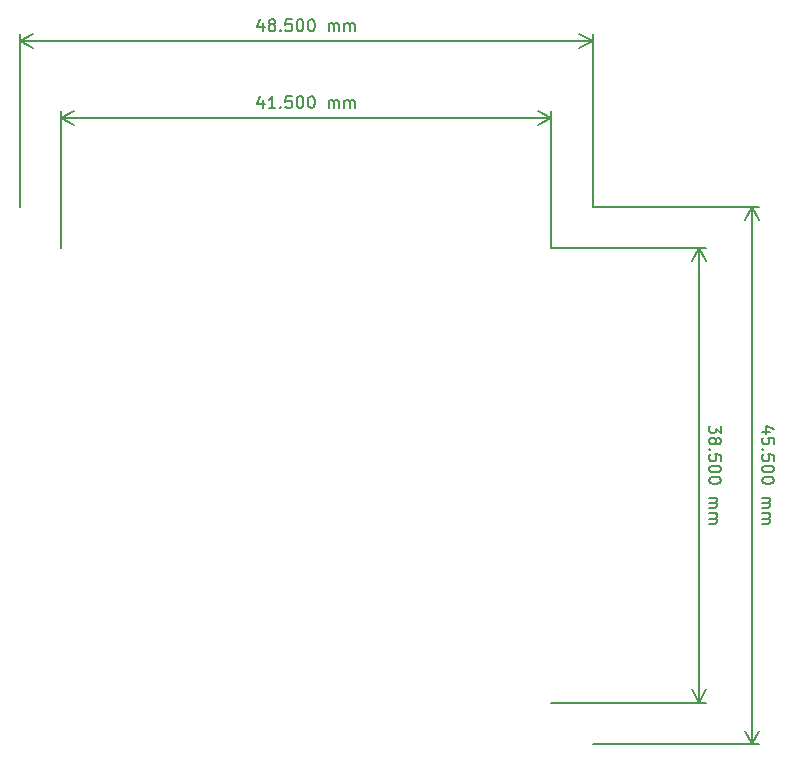
<source format=gbr>
G04 #@! TF.GenerationSoftware,KiCad,Pcbnew,(5.1.4)-1*
G04 #@! TF.CreationDate,2020-10-15T16:48:05+03:00*
G04 #@! TF.ProjectId,12V5A_breakout,31325635-415f-4627-9265-616b6f75742e,rev?*
G04 #@! TF.SameCoordinates,Original*
G04 #@! TF.FileFunction,Other,ECO1*
%FSLAX46Y46*%
G04 Gerber Fmt 4.6, Leading zero omitted, Abs format (unit mm)*
G04 Created by KiCad (PCBNEW (5.1.4)-1) date 2020-10-15 16:48:05*
%MOMM*%
%LPD*%
G04 APERTURE LIST*
%ADD10C,0.150000*%
G04 APERTURE END LIST*
D10*
X134347619Y-58059523D02*
X134347619Y-58678571D01*
X133966666Y-58345238D01*
X133966666Y-58488095D01*
X133919047Y-58583333D01*
X133871428Y-58630952D01*
X133776190Y-58678571D01*
X133538095Y-58678571D01*
X133442857Y-58630952D01*
X133395238Y-58583333D01*
X133347619Y-58488095D01*
X133347619Y-58202380D01*
X133395238Y-58107142D01*
X133442857Y-58059523D01*
X133919047Y-59250000D02*
X133966666Y-59154761D01*
X134014285Y-59107142D01*
X134109523Y-59059523D01*
X134157142Y-59059523D01*
X134252380Y-59107142D01*
X134300000Y-59154761D01*
X134347619Y-59250000D01*
X134347619Y-59440476D01*
X134300000Y-59535714D01*
X134252380Y-59583333D01*
X134157142Y-59630952D01*
X134109523Y-59630952D01*
X134014285Y-59583333D01*
X133966666Y-59535714D01*
X133919047Y-59440476D01*
X133919047Y-59250000D01*
X133871428Y-59154761D01*
X133823809Y-59107142D01*
X133728571Y-59059523D01*
X133538095Y-59059523D01*
X133442857Y-59107142D01*
X133395238Y-59154761D01*
X133347619Y-59250000D01*
X133347619Y-59440476D01*
X133395238Y-59535714D01*
X133442857Y-59583333D01*
X133538095Y-59630952D01*
X133728571Y-59630952D01*
X133823809Y-59583333D01*
X133871428Y-59535714D01*
X133919047Y-59440476D01*
X133442857Y-60059523D02*
X133395238Y-60107142D01*
X133347619Y-60059523D01*
X133395238Y-60011904D01*
X133442857Y-60059523D01*
X133347619Y-60059523D01*
X134347619Y-61011904D02*
X134347619Y-60535714D01*
X133871428Y-60488095D01*
X133919047Y-60535714D01*
X133966666Y-60630952D01*
X133966666Y-60869047D01*
X133919047Y-60964285D01*
X133871428Y-61011904D01*
X133776190Y-61059523D01*
X133538095Y-61059523D01*
X133442857Y-61011904D01*
X133395238Y-60964285D01*
X133347619Y-60869047D01*
X133347619Y-60630952D01*
X133395238Y-60535714D01*
X133442857Y-60488095D01*
X134347619Y-61678571D02*
X134347619Y-61773809D01*
X134300000Y-61869047D01*
X134252380Y-61916666D01*
X134157142Y-61964285D01*
X133966666Y-62011904D01*
X133728571Y-62011904D01*
X133538095Y-61964285D01*
X133442857Y-61916666D01*
X133395238Y-61869047D01*
X133347619Y-61773809D01*
X133347619Y-61678571D01*
X133395238Y-61583333D01*
X133442857Y-61535714D01*
X133538095Y-61488095D01*
X133728571Y-61440476D01*
X133966666Y-61440476D01*
X134157142Y-61488095D01*
X134252380Y-61535714D01*
X134300000Y-61583333D01*
X134347619Y-61678571D01*
X134347619Y-62630952D02*
X134347619Y-62726190D01*
X134300000Y-62821428D01*
X134252380Y-62869047D01*
X134157142Y-62916666D01*
X133966666Y-62964285D01*
X133728571Y-62964285D01*
X133538095Y-62916666D01*
X133442857Y-62869047D01*
X133395238Y-62821428D01*
X133347619Y-62726190D01*
X133347619Y-62630952D01*
X133395238Y-62535714D01*
X133442857Y-62488095D01*
X133538095Y-62440476D01*
X133728571Y-62392857D01*
X133966666Y-62392857D01*
X134157142Y-62440476D01*
X134252380Y-62488095D01*
X134300000Y-62535714D01*
X134347619Y-62630952D01*
X133347619Y-64154761D02*
X134014285Y-64154761D01*
X133919047Y-64154761D02*
X133966666Y-64202380D01*
X134014285Y-64297619D01*
X134014285Y-64440476D01*
X133966666Y-64535714D01*
X133871428Y-64583333D01*
X133347619Y-64583333D01*
X133871428Y-64583333D02*
X133966666Y-64630952D01*
X134014285Y-64726190D01*
X134014285Y-64869047D01*
X133966666Y-64964285D01*
X133871428Y-65011904D01*
X133347619Y-65011904D01*
X133347619Y-65488095D02*
X134014285Y-65488095D01*
X133919047Y-65488095D02*
X133966666Y-65535714D01*
X134014285Y-65630952D01*
X134014285Y-65773809D01*
X133966666Y-65869047D01*
X133871428Y-65916666D01*
X133347619Y-65916666D01*
X133871428Y-65916666D02*
X133966666Y-65964285D01*
X134014285Y-66059523D01*
X134014285Y-66202380D01*
X133966666Y-66297619D01*
X133871428Y-66345238D01*
X133347619Y-66345238D01*
X132500000Y-43000000D02*
X132500000Y-81500000D01*
X120000000Y-43000000D02*
X133086421Y-43000000D01*
X120000000Y-81500000D02*
X133086421Y-81500000D01*
X132500000Y-81500000D02*
X131913579Y-80373496D01*
X132500000Y-81500000D02*
X133086421Y-80373496D01*
X132500000Y-43000000D02*
X131913579Y-44126504D01*
X132500000Y-43000000D02*
X133086421Y-44126504D01*
X138514285Y-58583333D02*
X137847619Y-58583333D01*
X138895238Y-58345238D02*
X138180952Y-58107142D01*
X138180952Y-58726190D01*
X138847619Y-59583333D02*
X138847619Y-59107142D01*
X138371428Y-59059523D01*
X138419047Y-59107142D01*
X138466666Y-59202380D01*
X138466666Y-59440476D01*
X138419047Y-59535714D01*
X138371428Y-59583333D01*
X138276190Y-59630952D01*
X138038095Y-59630952D01*
X137942857Y-59583333D01*
X137895238Y-59535714D01*
X137847619Y-59440476D01*
X137847619Y-59202380D01*
X137895238Y-59107142D01*
X137942857Y-59059523D01*
X137942857Y-60059523D02*
X137895238Y-60107142D01*
X137847619Y-60059523D01*
X137895238Y-60011904D01*
X137942857Y-60059523D01*
X137847619Y-60059523D01*
X138847619Y-61011904D02*
X138847619Y-60535714D01*
X138371428Y-60488095D01*
X138419047Y-60535714D01*
X138466666Y-60630952D01*
X138466666Y-60869047D01*
X138419047Y-60964285D01*
X138371428Y-61011904D01*
X138276190Y-61059523D01*
X138038095Y-61059523D01*
X137942857Y-61011904D01*
X137895238Y-60964285D01*
X137847619Y-60869047D01*
X137847619Y-60630952D01*
X137895238Y-60535714D01*
X137942857Y-60488095D01*
X138847619Y-61678571D02*
X138847619Y-61773809D01*
X138800000Y-61869047D01*
X138752380Y-61916666D01*
X138657142Y-61964285D01*
X138466666Y-62011904D01*
X138228571Y-62011904D01*
X138038095Y-61964285D01*
X137942857Y-61916666D01*
X137895238Y-61869047D01*
X137847619Y-61773809D01*
X137847619Y-61678571D01*
X137895238Y-61583333D01*
X137942857Y-61535714D01*
X138038095Y-61488095D01*
X138228571Y-61440476D01*
X138466666Y-61440476D01*
X138657142Y-61488095D01*
X138752380Y-61535714D01*
X138800000Y-61583333D01*
X138847619Y-61678571D01*
X138847619Y-62630952D02*
X138847619Y-62726190D01*
X138800000Y-62821428D01*
X138752380Y-62869047D01*
X138657142Y-62916666D01*
X138466666Y-62964285D01*
X138228571Y-62964285D01*
X138038095Y-62916666D01*
X137942857Y-62869047D01*
X137895238Y-62821428D01*
X137847619Y-62726190D01*
X137847619Y-62630952D01*
X137895238Y-62535714D01*
X137942857Y-62488095D01*
X138038095Y-62440476D01*
X138228571Y-62392857D01*
X138466666Y-62392857D01*
X138657142Y-62440476D01*
X138752380Y-62488095D01*
X138800000Y-62535714D01*
X138847619Y-62630952D01*
X137847619Y-64154761D02*
X138514285Y-64154761D01*
X138419047Y-64154761D02*
X138466666Y-64202380D01*
X138514285Y-64297619D01*
X138514285Y-64440476D01*
X138466666Y-64535714D01*
X138371428Y-64583333D01*
X137847619Y-64583333D01*
X138371428Y-64583333D02*
X138466666Y-64630952D01*
X138514285Y-64726190D01*
X138514285Y-64869047D01*
X138466666Y-64964285D01*
X138371428Y-65011904D01*
X137847619Y-65011904D01*
X137847619Y-65488095D02*
X138514285Y-65488095D01*
X138419047Y-65488095D02*
X138466666Y-65535714D01*
X138514285Y-65630952D01*
X138514285Y-65773809D01*
X138466666Y-65869047D01*
X138371428Y-65916666D01*
X137847619Y-65916666D01*
X138371428Y-65916666D02*
X138466666Y-65964285D01*
X138514285Y-66059523D01*
X138514285Y-66202380D01*
X138466666Y-66297619D01*
X138371428Y-66345238D01*
X137847619Y-66345238D01*
X137000000Y-39500000D02*
X137000000Y-85000000D01*
X123500000Y-39500000D02*
X137586421Y-39500000D01*
X123500000Y-85000000D02*
X137586421Y-85000000D01*
X137000000Y-85000000D02*
X136413579Y-83873496D01*
X137000000Y-85000000D02*
X137586421Y-83873496D01*
X137000000Y-39500000D02*
X136413579Y-40626504D01*
X137000000Y-39500000D02*
X137586421Y-40626504D01*
X95583333Y-30485714D02*
X95583333Y-31152380D01*
X95345238Y-30104761D02*
X95107142Y-30819047D01*
X95726190Y-30819047D01*
X96630952Y-31152380D02*
X96059523Y-31152380D01*
X96345238Y-31152380D02*
X96345238Y-30152380D01*
X96250000Y-30295238D01*
X96154761Y-30390476D01*
X96059523Y-30438095D01*
X97059523Y-31057142D02*
X97107142Y-31104761D01*
X97059523Y-31152380D01*
X97011904Y-31104761D01*
X97059523Y-31057142D01*
X97059523Y-31152380D01*
X98011904Y-30152380D02*
X97535714Y-30152380D01*
X97488095Y-30628571D01*
X97535714Y-30580952D01*
X97630952Y-30533333D01*
X97869047Y-30533333D01*
X97964285Y-30580952D01*
X98011904Y-30628571D01*
X98059523Y-30723809D01*
X98059523Y-30961904D01*
X98011904Y-31057142D01*
X97964285Y-31104761D01*
X97869047Y-31152380D01*
X97630952Y-31152380D01*
X97535714Y-31104761D01*
X97488095Y-31057142D01*
X98678571Y-30152380D02*
X98773809Y-30152380D01*
X98869047Y-30200000D01*
X98916666Y-30247619D01*
X98964285Y-30342857D01*
X99011904Y-30533333D01*
X99011904Y-30771428D01*
X98964285Y-30961904D01*
X98916666Y-31057142D01*
X98869047Y-31104761D01*
X98773809Y-31152380D01*
X98678571Y-31152380D01*
X98583333Y-31104761D01*
X98535714Y-31057142D01*
X98488095Y-30961904D01*
X98440476Y-30771428D01*
X98440476Y-30533333D01*
X98488095Y-30342857D01*
X98535714Y-30247619D01*
X98583333Y-30200000D01*
X98678571Y-30152380D01*
X99630952Y-30152380D02*
X99726190Y-30152380D01*
X99821428Y-30200000D01*
X99869047Y-30247619D01*
X99916666Y-30342857D01*
X99964285Y-30533333D01*
X99964285Y-30771428D01*
X99916666Y-30961904D01*
X99869047Y-31057142D01*
X99821428Y-31104761D01*
X99726190Y-31152380D01*
X99630952Y-31152380D01*
X99535714Y-31104761D01*
X99488095Y-31057142D01*
X99440476Y-30961904D01*
X99392857Y-30771428D01*
X99392857Y-30533333D01*
X99440476Y-30342857D01*
X99488095Y-30247619D01*
X99535714Y-30200000D01*
X99630952Y-30152380D01*
X101154761Y-31152380D02*
X101154761Y-30485714D01*
X101154761Y-30580952D02*
X101202380Y-30533333D01*
X101297619Y-30485714D01*
X101440476Y-30485714D01*
X101535714Y-30533333D01*
X101583333Y-30628571D01*
X101583333Y-31152380D01*
X101583333Y-30628571D02*
X101630952Y-30533333D01*
X101726190Y-30485714D01*
X101869047Y-30485714D01*
X101964285Y-30533333D01*
X102011904Y-30628571D01*
X102011904Y-31152380D01*
X102488095Y-31152380D02*
X102488095Y-30485714D01*
X102488095Y-30580952D02*
X102535714Y-30533333D01*
X102630952Y-30485714D01*
X102773809Y-30485714D01*
X102869047Y-30533333D01*
X102916666Y-30628571D01*
X102916666Y-31152380D01*
X102916666Y-30628571D02*
X102964285Y-30533333D01*
X103059523Y-30485714D01*
X103202380Y-30485714D01*
X103297619Y-30533333D01*
X103345238Y-30628571D01*
X103345238Y-31152380D01*
X78500000Y-32000000D02*
X120000000Y-32000000D01*
X78500000Y-43000000D02*
X78500000Y-31413579D01*
X120000000Y-43000000D02*
X120000000Y-31413579D01*
X120000000Y-32000000D02*
X118873496Y-32586421D01*
X120000000Y-32000000D02*
X118873496Y-31413579D01*
X78500000Y-32000000D02*
X79626504Y-32586421D01*
X78500000Y-32000000D02*
X79626504Y-31413579D01*
X95583333Y-23985714D02*
X95583333Y-24652380D01*
X95345238Y-23604761D02*
X95107142Y-24319047D01*
X95726190Y-24319047D01*
X96250000Y-24080952D02*
X96154761Y-24033333D01*
X96107142Y-23985714D01*
X96059523Y-23890476D01*
X96059523Y-23842857D01*
X96107142Y-23747619D01*
X96154761Y-23700000D01*
X96250000Y-23652380D01*
X96440476Y-23652380D01*
X96535714Y-23700000D01*
X96583333Y-23747619D01*
X96630952Y-23842857D01*
X96630952Y-23890476D01*
X96583333Y-23985714D01*
X96535714Y-24033333D01*
X96440476Y-24080952D01*
X96250000Y-24080952D01*
X96154761Y-24128571D01*
X96107142Y-24176190D01*
X96059523Y-24271428D01*
X96059523Y-24461904D01*
X96107142Y-24557142D01*
X96154761Y-24604761D01*
X96250000Y-24652380D01*
X96440476Y-24652380D01*
X96535714Y-24604761D01*
X96583333Y-24557142D01*
X96630952Y-24461904D01*
X96630952Y-24271428D01*
X96583333Y-24176190D01*
X96535714Y-24128571D01*
X96440476Y-24080952D01*
X97059523Y-24557142D02*
X97107142Y-24604761D01*
X97059523Y-24652380D01*
X97011904Y-24604761D01*
X97059523Y-24557142D01*
X97059523Y-24652380D01*
X98011904Y-23652380D02*
X97535714Y-23652380D01*
X97488095Y-24128571D01*
X97535714Y-24080952D01*
X97630952Y-24033333D01*
X97869047Y-24033333D01*
X97964285Y-24080952D01*
X98011904Y-24128571D01*
X98059523Y-24223809D01*
X98059523Y-24461904D01*
X98011904Y-24557142D01*
X97964285Y-24604761D01*
X97869047Y-24652380D01*
X97630952Y-24652380D01*
X97535714Y-24604761D01*
X97488095Y-24557142D01*
X98678571Y-23652380D02*
X98773809Y-23652380D01*
X98869047Y-23700000D01*
X98916666Y-23747619D01*
X98964285Y-23842857D01*
X99011904Y-24033333D01*
X99011904Y-24271428D01*
X98964285Y-24461904D01*
X98916666Y-24557142D01*
X98869047Y-24604761D01*
X98773809Y-24652380D01*
X98678571Y-24652380D01*
X98583333Y-24604761D01*
X98535714Y-24557142D01*
X98488095Y-24461904D01*
X98440476Y-24271428D01*
X98440476Y-24033333D01*
X98488095Y-23842857D01*
X98535714Y-23747619D01*
X98583333Y-23700000D01*
X98678571Y-23652380D01*
X99630952Y-23652380D02*
X99726190Y-23652380D01*
X99821428Y-23700000D01*
X99869047Y-23747619D01*
X99916666Y-23842857D01*
X99964285Y-24033333D01*
X99964285Y-24271428D01*
X99916666Y-24461904D01*
X99869047Y-24557142D01*
X99821428Y-24604761D01*
X99726190Y-24652380D01*
X99630952Y-24652380D01*
X99535714Y-24604761D01*
X99488095Y-24557142D01*
X99440476Y-24461904D01*
X99392857Y-24271428D01*
X99392857Y-24033333D01*
X99440476Y-23842857D01*
X99488095Y-23747619D01*
X99535714Y-23700000D01*
X99630952Y-23652380D01*
X101154761Y-24652380D02*
X101154761Y-23985714D01*
X101154761Y-24080952D02*
X101202380Y-24033333D01*
X101297619Y-23985714D01*
X101440476Y-23985714D01*
X101535714Y-24033333D01*
X101583333Y-24128571D01*
X101583333Y-24652380D01*
X101583333Y-24128571D02*
X101630952Y-24033333D01*
X101726190Y-23985714D01*
X101869047Y-23985714D01*
X101964285Y-24033333D01*
X102011904Y-24128571D01*
X102011904Y-24652380D01*
X102488095Y-24652380D02*
X102488095Y-23985714D01*
X102488095Y-24080952D02*
X102535714Y-24033333D01*
X102630952Y-23985714D01*
X102773809Y-23985714D01*
X102869047Y-24033333D01*
X102916666Y-24128571D01*
X102916666Y-24652380D01*
X102916666Y-24128571D02*
X102964285Y-24033333D01*
X103059523Y-23985714D01*
X103202380Y-23985714D01*
X103297619Y-24033333D01*
X103345238Y-24128571D01*
X103345238Y-24652380D01*
X75000000Y-25500000D02*
X123500000Y-25500000D01*
X75000000Y-39500000D02*
X75000000Y-24913579D01*
X123500000Y-39500000D02*
X123500000Y-24913579D01*
X123500000Y-25500000D02*
X122373496Y-26086421D01*
X123500000Y-25500000D02*
X122373496Y-24913579D01*
X75000000Y-25500000D02*
X76126504Y-26086421D01*
X75000000Y-25500000D02*
X76126504Y-24913579D01*
M02*

</source>
